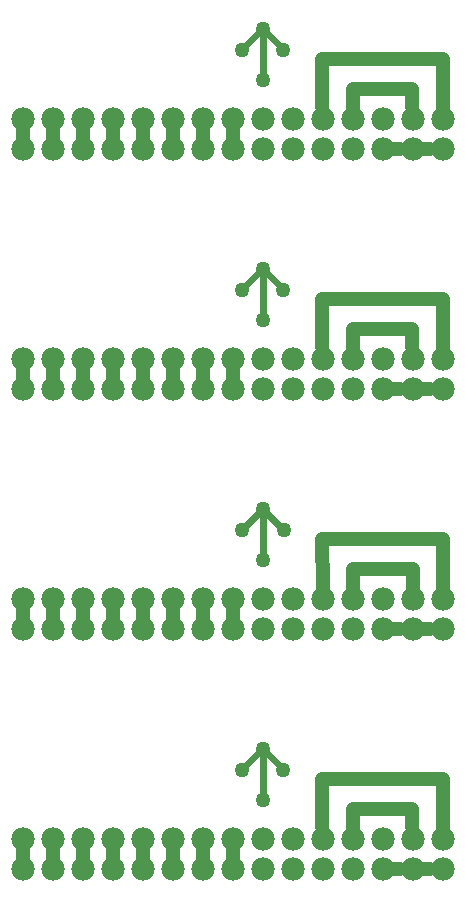
<source format=gbl>
G04 MADE WITH FRITZING*
G04 WWW.FRITZING.ORG*
G04 DOUBLE SIDED*
G04 HOLES PLATED*
G04 CONTOUR ON CENTER OF CONTOUR VECTOR*
%ASAXBY*%
%FSLAX23Y23*%
%MOIN*%
%OFA0B0*%
%SFA1.0B1.0*%
%ADD10C,0.078000*%
%ADD11C,0.049843*%
%ADD12C,0.048000*%
%ADD13C,0.024000*%
%LNCOPPER0*%
G90*
G70*
G54D10*
X1585Y1066D03*
X1485Y1066D03*
X1385Y1066D03*
X1285Y1066D03*
X1185Y1066D03*
X1085Y1066D03*
X985Y1066D03*
X885Y1066D03*
X785Y1066D03*
X685Y1066D03*
X585Y1066D03*
X485Y1066D03*
X385Y1066D03*
X285Y1066D03*
X185Y1066D03*
X1585Y2666D03*
X1485Y2666D03*
X1385Y2666D03*
X1285Y2666D03*
X1185Y2666D03*
X1085Y2666D03*
X985Y2666D03*
X885Y2666D03*
X785Y2666D03*
X685Y2666D03*
X585Y2666D03*
X485Y2666D03*
X385Y2666D03*
X285Y2666D03*
X185Y2666D03*
X1585Y1866D03*
X1485Y1866D03*
X1385Y1866D03*
X1285Y1866D03*
X1185Y1866D03*
X1085Y1866D03*
X985Y1866D03*
X885Y1866D03*
X785Y1866D03*
X685Y1866D03*
X585Y1866D03*
X485Y1866D03*
X385Y1866D03*
X285Y1866D03*
X185Y1866D03*
X1585Y266D03*
X1485Y266D03*
X1385Y266D03*
X1285Y266D03*
X1185Y266D03*
X1085Y266D03*
X985Y266D03*
X885Y266D03*
X785Y266D03*
X685Y266D03*
X585Y266D03*
X485Y266D03*
X385Y266D03*
X285Y266D03*
X185Y266D03*
X1585Y366D03*
X1485Y366D03*
X1385Y366D03*
X1285Y366D03*
X1185Y366D03*
X1085Y366D03*
X985Y366D03*
X885Y366D03*
X785Y366D03*
X685Y366D03*
X585Y366D03*
X485Y366D03*
X385Y366D03*
X285Y366D03*
X185Y366D03*
X1585Y2766D03*
X1485Y2766D03*
X1385Y2766D03*
X1285Y2766D03*
X1185Y2766D03*
X1085Y2766D03*
X985Y2766D03*
X885Y2766D03*
X785Y2766D03*
X685Y2766D03*
X585Y2766D03*
X485Y2766D03*
X385Y2766D03*
X285Y2766D03*
X185Y2766D03*
X1585Y1166D03*
X1485Y1166D03*
X1385Y1166D03*
X1285Y1166D03*
X1185Y1166D03*
X1085Y1166D03*
X985Y1166D03*
X885Y1166D03*
X785Y1166D03*
X685Y1166D03*
X585Y1166D03*
X485Y1166D03*
X385Y1166D03*
X285Y1166D03*
X185Y1166D03*
X1585Y1966D03*
X1485Y1966D03*
X1385Y1966D03*
X1285Y1966D03*
X1185Y1966D03*
X1085Y1966D03*
X985Y1966D03*
X885Y1966D03*
X785Y1966D03*
X685Y1966D03*
X585Y1966D03*
X485Y1966D03*
X385Y1966D03*
X285Y1966D03*
X185Y1966D03*
G54D11*
X1054Y2996D03*
X1055Y1396D03*
X1054Y2196D03*
X1054Y596D03*
X915Y1396D03*
X915Y2996D03*
X915Y2196D03*
X915Y596D03*
X985Y496D03*
X985Y2896D03*
X985Y1296D03*
X985Y2096D03*
X985Y1466D03*
X985Y3066D03*
X985Y2266D03*
X985Y666D03*
G54D12*
X885Y307D02*
X885Y325D01*
D02*
X885Y2707D02*
X885Y2725D01*
D02*
X885Y1107D02*
X885Y1125D01*
D02*
X885Y1907D02*
X885Y1925D01*
D02*
X785Y307D02*
X785Y325D01*
D02*
X785Y2707D02*
X785Y2725D01*
D02*
X785Y1107D02*
X785Y1125D01*
D02*
X785Y1907D02*
X785Y1925D01*
D02*
X685Y307D02*
X685Y325D01*
D02*
X685Y2707D02*
X685Y2725D01*
D02*
X685Y1107D02*
X685Y1125D01*
D02*
X685Y1907D02*
X685Y1925D01*
D02*
X585Y307D02*
X585Y325D01*
D02*
X585Y2707D02*
X585Y2725D01*
D02*
X585Y1107D02*
X585Y1125D01*
D02*
X585Y1907D02*
X585Y1925D01*
D02*
X485Y307D02*
X485Y325D01*
D02*
X485Y2707D02*
X485Y2725D01*
D02*
X485Y1107D02*
X485Y1125D01*
D02*
X485Y1907D02*
X485Y1925D01*
D02*
X385Y307D02*
X385Y325D01*
D02*
X385Y2707D02*
X385Y2725D01*
D02*
X385Y1107D02*
X385Y1125D01*
D02*
X385Y1907D02*
X385Y1925D01*
D02*
X285Y307D02*
X285Y325D01*
D02*
X285Y2707D02*
X285Y2725D01*
D02*
X285Y1107D02*
X285Y1125D01*
D02*
X285Y1907D02*
X285Y1925D01*
D02*
X185Y2707D02*
X185Y2725D01*
D02*
X185Y1107D02*
X185Y1125D01*
D02*
X185Y1907D02*
X185Y1925D01*
D02*
X185Y307D02*
X185Y325D01*
D02*
X1526Y266D02*
X1543Y266D01*
D02*
X1526Y2666D02*
X1543Y2666D01*
D02*
X1526Y1866D02*
X1543Y1866D01*
D02*
X1526Y1066D02*
X1543Y1066D01*
D02*
X1443Y266D02*
X1426Y266D01*
D02*
X1443Y1866D02*
X1426Y1866D01*
D02*
X1443Y1066D02*
X1426Y1066D01*
D02*
X1443Y2666D02*
X1426Y2666D01*
G54D13*
D02*
X1515Y266D02*
X1554Y266D01*
D02*
X1515Y2666D02*
X1554Y2666D01*
D02*
X1515Y1066D02*
X1555Y1066D01*
D02*
X1515Y1866D02*
X1554Y1866D01*
D02*
X1454Y266D02*
X1415Y266D01*
D02*
X1454Y2666D02*
X1415Y2666D01*
D02*
X1455Y1066D02*
X1415Y1066D01*
D02*
X1454Y1866D02*
X1415Y1866D01*
D02*
X885Y336D02*
X885Y296D01*
D02*
X885Y2736D02*
X885Y2696D01*
D02*
X885Y1136D02*
X885Y1096D01*
D02*
X885Y1936D02*
X885Y1896D01*
G54D12*
D02*
X785Y325D02*
X785Y307D01*
D02*
X785Y2725D02*
X785Y2707D01*
D02*
X785Y1125D02*
X785Y1107D01*
D02*
X785Y1925D02*
X785Y1907D01*
D02*
X1585Y566D02*
X1585Y407D01*
D02*
X1585Y2966D02*
X1585Y2807D01*
D02*
X1585Y1365D02*
X1585Y1207D01*
D02*
X1585Y2166D02*
X1585Y2007D01*
D02*
X1184Y566D02*
X1585Y566D01*
D02*
X1184Y2966D02*
X1585Y2966D01*
D02*
X1184Y1365D02*
X1585Y1365D01*
D02*
X1184Y2166D02*
X1585Y2166D01*
D02*
X1184Y407D02*
X1184Y566D01*
D02*
X1184Y2807D02*
X1184Y2966D01*
D02*
X1185Y1207D02*
X1184Y1365D01*
D02*
X1184Y2007D02*
X1184Y2166D01*
D02*
X1484Y466D02*
X1484Y407D01*
D02*
X1484Y2866D02*
X1484Y2807D01*
D02*
X1484Y2066D02*
X1484Y2007D01*
D02*
X1485Y1266D02*
X1485Y1207D01*
D02*
X1285Y466D02*
X1484Y466D01*
D02*
X1285Y2866D02*
X1484Y2866D01*
D02*
X1285Y1266D02*
X1485Y1266D01*
D02*
X1285Y2066D02*
X1484Y2066D01*
D02*
X1285Y407D02*
X1285Y466D01*
D02*
X1285Y2807D02*
X1285Y2866D01*
D02*
X1285Y1207D02*
X1285Y1266D01*
D02*
X1285Y2007D02*
X1285Y2066D01*
G54D13*
D02*
X1454Y266D02*
X1415Y266D01*
D02*
X1454Y2666D02*
X1415Y2666D01*
D02*
X1455Y1066D02*
X1415Y1066D01*
D02*
X1454Y1866D02*
X1415Y1866D01*
G54D12*
D02*
X1526Y266D02*
X1543Y266D01*
D02*
X1526Y2666D02*
X1543Y2666D01*
D02*
X1526Y1866D02*
X1543Y1866D01*
D02*
X1526Y1066D02*
X1543Y1066D01*
G54D13*
D02*
X973Y655D02*
X926Y608D01*
D02*
X973Y3055D02*
X926Y3008D01*
D02*
X973Y1455D02*
X926Y1407D01*
D02*
X973Y2255D02*
X926Y2208D01*
D02*
X996Y655D02*
X1043Y608D01*
D02*
X996Y3055D02*
X1043Y3008D01*
D02*
X996Y2255D02*
X1043Y2208D01*
D02*
X996Y1455D02*
X1043Y1407D01*
D02*
X985Y650D02*
X985Y512D01*
D02*
X985Y1450D02*
X985Y1312D01*
D02*
X985Y2250D02*
X985Y2112D01*
D02*
X985Y3050D02*
X985Y2912D01*
G04 End of Copper0*
M02*
</source>
